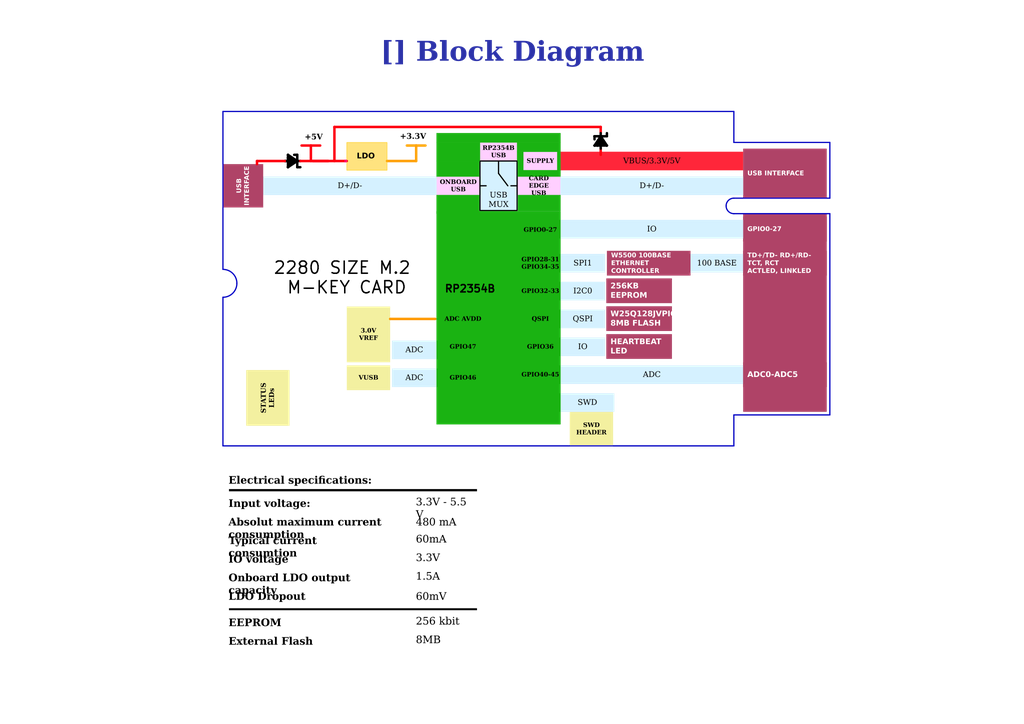
<source format=kicad_sch>
(kicad_sch
	(version 20250114)
	(generator "eeschema")
	(generator_version "9.0")
	(uuid "d4440dba-022e-49b2-97f2-6fc1871c7304")
	(paper "A3")
	(title_block
		(title "Block Diagram")
		(date "2026-01-31")
		(rev "${REVISION}")
		(company "${COMPANY}")
	)
	(lib_symbols)
	(rectangle
		(start 142.113 65.659)
		(end 141.478 66.421)
		(stroke
			(width 0.25)
			(type default)
			(color 255 0 171 1)
		)
		(fill
			(type color)
			(color 255 0 171 1)
		)
		(uuid 12a8f300-c059-4689-9da2-e775c9b7b222)
	)
	(rectangle
		(start 212.09 62.23)
		(end 214.63 65.7448)
		(stroke
			(width 0)
			(type default)
			(color 26 179 18 1)
		)
		(fill
			(type color)
			(color 26 179 18 1)
		)
		(uuid 1525d274-9f79-41b4-923a-460a0ae01848)
	)
	(arc
		(start 97.155 116.205)
		(mid 95.4811 120.2461)
		(end 91.44 121.92)
		(stroke
			(width 0.5)
			(type default)
		)
		(fill
			(type none)
		)
		(uuid 29435329-1a53-4234-808d-6c7819be63b6)
	)
	(rectangle
		(start 228.6 66.04)
		(end 229.87 69.85)
		(stroke
			(width 0)
			(type default)
			(color 26 179 18 1)
		)
		(fill
			(type color)
			(color 26 179 18 1)
		)
		(uuid 30c33757-917e-41c5-a73d-21d0c25fdde1)
	)
	(rectangle
		(start 212.3851 64.77)
		(end 214.63 69.85)
		(stroke
			(width 0)
			(type default)
			(color 26 179 18 1)
		)
		(fill
			(type color)
			(color 26 179 18 1)
		)
		(uuid 354b4478-3902-4955-ab10-8bda7ba1be32)
	)
	(rectangle
		(start 179.07 66.04)
		(end 196.5374 72.39)
		(stroke
			(width 0)
			(type default)
			(color 26 179 18 1)
		)
		(fill
			(type color)
			(color 26 179 18 1)
		)
		(uuid 3dc16586-a385-4cf0-9476-86e846a0d063)
	)
	(rectangle
		(start 212.385 69.85)
		(end 229.87 72.39)
		(stroke
			(width 0)
			(type default)
			(color 26 179 18 1)
		)
		(fill
			(type color)
			(color 26 179 18 1)
		)
		(uuid 49c8b03c-ddc0-4257-8598-370efe5ab263)
	)
	(rectangle
		(start 214.63 134.62)
		(end 228.6 138.43)
		(stroke
			(width 0)
			(type default)
			(color 26 179 18 1)
		)
		(fill
			(type color)
			(color 26 179 18 1)
		)
		(uuid 5911023f-b729-4638-87b7-c8fa6a2da4ad)
	)
	(rectangle
		(start 179.07 54.61)
		(end 229.87 58.42)
		(stroke
			(width 0)
			(type default)
			(color 26 179 18 1)
		)
		(fill
			(type color)
			(color 26 179 18 1)
		)
		(uuid 6b253502-3f28-4c19-a629-8cc1f39773b7)
	)
	(rectangle
		(start 214.63 123.19)
		(end 228.6 127)
		(stroke
			(width 0)
			(type default)
			(color 26 179 18 1)
		)
		(fill
			(type color)
			(color 26 179 18 1)
		)
		(uuid 704c4eca-e0af-4df0-a6c1-739054ac1983)
	)
	(rectangle
		(start 187.96 111.76)
		(end 201.93 114.3)
		(stroke
			(width 0)
			(type default)
			(color 26 179 18 1)
		)
		(fill
			(type color)
			(color 26 179 18 1)
		)
		(uuid 74c5f5ac-510e-4c99-8e0e-ca2d145a7687)
	)
	(rectangle
		(start 214.63 111.76)
		(end 228.6 115.57)
		(stroke
			(width 0)
			(type default)
			(color 26 179 18 1)
		)
		(fill
			(type color)
			(color 26 179 18 1)
		)
		(uuid 87d7856c-4e25-4074-8ed9-6d9286fce9a4)
	)
	(arc
		(start 297.815 84.455)
		(mid 298.7449 82.2099)
		(end 300.99 81.28)
		(stroke
			(width 0.5)
			(type default)
		)
		(fill
			(type none)
		)
		(uuid 8bf31f50-0af3-4b43-bd32-87192a6529dd)
	)
	(rectangle
		(start 93.98 249.555)
		(end 195.58 250.19)
		(stroke
			(width 0)
			(type default)
			(color 0 0 0 1)
		)
		(fill
			(type color)
			(color 0 0 0 1)
		)
		(uuid 96358351-64fb-49b9-98d4-c975a586b1c3)
	)
	(rectangle
		(start 212.09 58.42)
		(end 229.87 62.23)
		(stroke
			(width 0)
			(type default)
			(color 26 179 18 1)
		)
		(fill
			(type color)
			(color 26 179 18 1)
		)
		(uuid 9b70489c-b07f-4948-b8be-b2b554aeffd5)
	)
	(arc
		(start 91.44 110.49)
		(mid 95.4811 112.1639)
		(end 97.155 116.205)
		(stroke
			(width 0.5)
			(type default)
		)
		(fill
			(type none)
		)
		(uuid aa2adf32-51fc-4d4a-86b4-ebcde9d08418)
	)
	(rectangle
		(start 212.4458 80.01)
		(end 229.87 86.5399)
		(stroke
			(width 0)
			(type default)
			(color 26 179 18 1)
		)
		(fill
			(type color)
			(color 26 179 18 1)
		)
		(uuid c955f931-fdaa-421f-9906-47bd9fd0fc62)
	)
	(rectangle
		(start 93.98 200.66)
		(end 195.58 201.422)
		(stroke
			(width 0)
			(type default)
			(color 0 0 0 1)
		)
		(fill
			(type color)
			(color 0 0 0 1)
		)
		(uuid ca4906af-4562-456f-b79d-f6f2c9056c36)
	)
	(rectangle
		(start 142.24 58.42)
		(end 158.75 69.85)
		(stroke
			(width 0)
			(type default)
			(color 255 200 0 0.5019607843)
		)
		(fill
			(type color)
			(color 255 200 0 0.5019607843)
		)
		(uuid d13c4f55-d46a-439a-a208-cbdf66d39a09)
	)
	(arc
		(start 300.99 87.63)
		(mid 298.7449 86.7001)
		(end 297.815 84.455)
		(stroke
			(width 0.5)
			(type default)
		)
		(fill
			(type none)
		)
		(uuid d82e5d96-ef55-4c61-87d7-fc818819ae96)
	)
	(rectangle
		(start 228.6 62.23)
		(end 229.87 66.04)
		(stroke
			(width 0)
			(type default)
			(color 26 179 18 1)
		)
		(fill
			(type color)
			(color 26 179 18 1)
		)
		(uuid db9e59a5-6558-4fb0-8d7c-36f8f0131170)
	)
	(rectangle
		(start 179.07 80.01)
		(end 196.5426 87.63)
		(stroke
			(width 0)
			(type default)
			(color 26 179 18 1)
		)
		(fill
			(type color)
			(color 26 179 18 1)
		)
		(uuid df920e60-1d9c-4624-8b29-d077a09e67be)
	)
	(rectangle
		(start 179.07 86.6911)
		(end 229.87 173.99)
		(stroke
			(width 0)
			(type default)
			(color 26 179 18 1)
		)
		(fill
			(type color)
			(color 26 179 18 1)
		)
		(uuid eb064ff9-3fc8-4405-b22c-5834f6a952d8)
	)
	(rectangle
		(start 179.07 58.42)
		(end 196.85 66.0399)
		(stroke
			(width 0)
			(type default)
			(color 26 179 18 1)
		)
		(fill
			(type color)
			(color 26 179 18 1)
		)
		(uuid f128200a-c4e6-4fb8-9565-a34d3aaf2f28)
	)
	(text "+3.3V"
		(exclude_from_sim no)
		(at 174.752 58.166 0)
		(effects
			(font
				(face "Times New Roman")
				(size 2.286 2.286)
				(thickness 0.4572)
				(bold yes)
				(color 0 0 0 1)
			)
			(justify right bottom)
		)
		(uuid "101bf075-2779-4382-8921-8033e4839d29")
	)
	(text "RP2354B"
		(exclude_from_sim no)
		(at 192.786 118.618 0)
		(effects
			(font
				(size 3 3)
				(thickness 0.6)
				(bold yes)
				(color 0 0 0 1)
			)
		)
		(uuid "2ff4239e-4128-4e0d-b1b5-ed39516378ca")
	)
	(text "2280 SIZE M.2 \nM-KEY CARD"
		(exclude_from_sim no)
		(at 142.24 114.046 0)
		(effects
			(font
				(size 5 5)
				(thickness 0.6)
				(bold yes)
				(color 0 0 0 1)
			)
		)
		(uuid "ba1d2a03-0f95-4798-9de6-9b8bfdb526c7")
	)
	(text "+5V"
		(exclude_from_sim no)
		(at 124.968 58.42 0)
		(effects
			(font
				(face "Times New Roman")
				(size 2.286 2.286)
				(thickness 0.4572)
				(bold yes)
				(color 0 0 0 1)
			)
			(justify left bottom)
		)
		(uuid "f6a5ad4b-42cb-4635-94fa-d83f0234055d")
	)
	(text_box "USB INTERFACE"
		(exclude_from_sim no)
		(at 304.8 60.96 0)
		(size 34.29 20.32)
		(margins 1.7144 1.7144 1.7144 1.7144)
		(stroke
			(width -0.0001)
			(type default)
		)
		(fill
			(type color)
			(color 175 67 103 1)
		)
		(effects
			(font
				(face "Arial")
				(size 1.9 1.9)
				(bold yes)
				(color 255 255 255 1)
			)
			(justify left)
		)
		(uuid "07e187de-dfc4-455a-9e86-aeacc12e807f")
	)
	(text_box "LDO Dropout"
		(exclude_from_sim no)
		(at 91.44 240.665 0)
		(size 78.105 7.62)
		(margins 2.2859 2.2859 2.2859 2.2859)
		(stroke
			(width -0.0001)
			(type solid)
		)
		(fill
			(type none)
		)
		(effects
			(font
				(face "Times New Roman")
				(size 3.048 3.048)
				(thickness 0.4572)
				(bold yes)
				(color 0 0 0 1)
			)
			(justify left top)
		)
		(uuid "0a67ca51-da44-4e4a-af91-875f3d4fd163")
	)
	(text_box "IO voltage"
		(exclude_from_sim no)
		(at 91.44 225.425 0)
		(size 44.45 7.62)
		(margins 2.2859 2.2859 2.2859 2.2859)
		(stroke
			(width -0.0001)
			(type solid)
		)
		(fill
			(type none)
		)
		(effects
			(font
				(face "Times New Roman")
				(size 3.048 3.048)
				(thickness 0.4572)
				(bold yes)
				(color 0 0 0 1)
			)
			(justify left top)
		)
		(uuid "0b8fa12d-be48-46d8-a337-f14f24e9a703")
	)
	(text_box "256KB EEPROM"
		(exclude_from_sim no)
		(at 248.666 114.173 0)
		(size 26.924 10.16)
		(margins 1.7144 1.7144 1.7144 1.7144)
		(stroke
			(width -0.0001)
			(type default)
		)
		(fill
			(type color)
			(color 175 67 103 1)
		)
		(effects
			(font
				(face "Arial")
				(size 2.286 2.286)
				(bold yes)
				(color 255 255 255 1)
			)
			(justify left)
		)
		(uuid "0b9b765b-8d21-4bd4-bfcc-8abb2cd50003")
	)
	(text_box "VBUS/3.3V/5V"
		(exclude_from_sim no)
		(at 229.87 62.23 0)
		(size 74.93 7.62)
		(margins 1.7144 1.7144 1.7144 1.7144)
		(stroke
			(width -0.0001)
			(type solid)
		)
		(fill
			(type color)
			(color 255 0 24 0.85)
		)
		(effects
			(font
				(face "Times New Roman")
				(size 2.286 2.286)
				(italic yes)
				(color 0 0 0 1)
			)
		)
		(uuid "0e5e14ec-7eb5-4a96-a05a-a65da98b2539")
	)
	(text_box "1.5A"
		(exclude_from_sim no)
		(at 168.275 232.41 0)
		(size 28.448 7.62)
		(margins 2.2859 2.2859 2.2859 2.2859)
		(stroke
			(width -0.0001)
			(type solid)
		)
		(fill
			(type none)
		)
		(effects
			(font
				(face "Times New Roman")
				(size 3.048 3.048)
				(color 0 0 0 1)
			)
			(justify left top)
		)
		(uuid "0f4ffe31-d8df-46a0-90b5-0d2ebf3489e5")
	)
	(text_box "CARD EDGE USB"
		(exclude_from_sim no)
		(at 212.09 72.39 0)
		(size 17.78 7.62)
		(margins 1.7144 1.7144 1.7144 1.7144)
		(stroke
			(width -0.0001)
			(type solid)
		)
		(fill
			(type color)
			(color 255 207 255 1)
		)
		(effects
			(font
				(face "Times New Roman")
				(size 1.8 1.8)
				(bold yes)
				(color 0 0 0 1)
			)
		)
		(uuid "10469bae-25b9-46c3-bff3-201f1fe1f2af")
	)
	(text_box "W25Q128JVPIQ 8MB FLASH"
		(exclude_from_sim no)
		(at 248.666 125.603 0)
		(size 26.924 10.16)
		(margins 1.7144 1.7144 1.7144 1.7144)
		(stroke
			(width -0.0001)
			(type default)
		)
		(fill
			(type color)
			(color 175 67 103 1)
		)
		(effects
			(font
				(face "Arial")
				(size 2.286 2.286)
				(bold yes)
				(color 255 255 255 1)
			)
			(justify left)
		)
		(uuid "11e64421-736a-42af-9a25-95ee829c7839")
	)
	(text_box "3.3V - 5.5 V"
		(exclude_from_sim no)
		(at 168.275 201.93 0)
		(size 28.448 7.62)
		(margins 2.2859 2.2859 2.2859 2.2859)
		(stroke
			(width -0.0001)
			(type solid)
		)
		(fill
			(type none)
		)
		(effects
			(font
				(face "Times New Roman")
				(size 3.048 3.048)
				(color 0 0 0 1)
			)
			(justify left top)
		)
		(uuid "15dd005a-2a1f-436c-a9b8-4953c7e00daf")
	)
	(text_box "ADC0-ADC5"
		(exclude_from_sim no)
		(at 304.8 148.59 0)
		(size 34.29 10.16)
		(margins 1.7144 1.7144 1.7144 1.7144)
		(stroke
			(width -0.0001)
			(type default)
		)
		(fill
			(type color)
			(color 175 67 103 1)
		)
		(effects
			(font
				(face "Arial")
				(size 2.286 2.286)
				(bold yes)
				(color 255 255 255 1)
			)
			(justify left)
		)
		(uuid "1967e021-48a7-445b-9209-8f9e1b09486a")
	)
	(text_box "SWD HEADER"
		(exclude_from_sim no)
		(at 233.68 168.91 0)
		(size 17.78 13.97)
		(margins 1.7144 1.7144 1.7144 1.7144)
		(stroke
			(width -0.0001)
			(type solid)
		)
		(fill
			(type color)
			(color 243 240 160 1)
		)
		(effects
			(font
				(face "Times New Roman")
				(size 1.8 1.8)
				(bold yes)
				(color 0 0 0 1)
			)
		)
		(uuid "1a23cd5c-4be8-417d-939b-6bfb2cb38db5")
	)
	(text_box "LDO"
		(exclude_from_sim no)
		(at 155.448 60.96 0)
		(size -10.668 6.35)
		(margins 1.7144 1.7144 1.7144 1.7144)
		(stroke
			(width -0.0001)
			(type solid)
		)
		(fill
			(type none)
		)
		(effects
			(font
				(face "Arial")
				(size 2.286 2.286)
				(thickness 0.254)
				(bold yes)
				(color 0 0 0 1)
			)
			(justify right top)
		)
		(uuid "2663f24d-cd9a-4dae-a281-16b6b61253ad")
	)
	(text_box "3.3V"
		(exclude_from_sim no)
		(at 168.275 224.79 0)
		(size 24.13 7.62)
		(margins 2.2859 2.2859 2.2859 2.2859)
		(stroke
			(width -0.0001)
			(type solid)
		)
		(fill
			(type none)
		)
		(effects
			(font
				(face "Times New Roman")
				(size 3.048 3.048)
				(color 0 0 0 1)
			)
			(justify left top)
		)
		(uuid "286ce998-255c-48c3-a453-7c9a43b4377f")
	)
	(text_box "GPIO0-27"
		(exclude_from_sim no)
		(at 214.63 86.9919 0)
		(size 13.97 14.6081)
		(margins 1.7144 1.7144 1.7144 1.7144)
		(stroke
			(width -0.0001)
			(type solid)
		)
		(fill
			(type color)
			(color 255 207 255 1)
		)
		(effects
			(font
				(face "Times New Roman")
				(size 1.8 1.8)
				(bold yes)
				(color 0 0 0 1)
			)
		)
		(uuid "31760221-0d6f-4f56-83a1-ee270701886f")
	)
	(text_box "TD+/TD- RD+/RD-\nTCT, RCT\nACTLED, LINKLED"
		(exclude_from_sim no)
		(at 304.8 102.87 0)
		(size 34.29 10.16)
		(margins 1.7144 1.7144 1.7144 1.7144)
		(stroke
			(width -0.0001)
			(type solid)
		)
		(fill
			(type color)
			(color 175 67 103 1)
		)
		(effects
			(font
				(face "Arial")
				(size 1.9 1.9)
				(bold yes)
				(color 255 255 255 1)
			)
			(justify left)
		)
		(uuid "35ec1c5a-ad02-4837-8f85-fcf97229486c")
	)
	(text_box "SPI1"
		(exclude_from_sim no)
		(at 229.87 104.14 0)
		(size 18.288 7.62)
		(margins 1.7144 1.7144 1.7144 1.7144)
		(stroke
			(width -0.0001)
			(type default)
		)
		(fill
			(type color)
			(color 213 241 255 1)
		)
		(effects
			(font
				(face "Times New Roman")
				(size 2.286 2.286)
				(italic yes)
				(color 0 0 0 1)
			)
		)
		(uuid "3821ca79-fb94-443d-a0d0-b8f77f4280b0")
	)
	(text_box "W5500 100BASE ETHERNET CONTROLLER"
		(exclude_from_sim no)
		(at 248.92 102.87 0)
		(size 34.29 10.16)
		(margins 1.7144 1.7144 1.7144 1.7144)
		(stroke
			(width -0.0001)
			(type default)
		)
		(fill
			(type color)
			(color 175 67 103 1)
		)
		(effects
			(font
				(face "Arial")
				(size 1.9 1.9)
				(bold yes)
				(color 255 255 255 1)
			)
			(justify left)
		)
		(uuid "3876e24b-eb64-40f0-82f4-8ed551a76338")
	)
	(text_box "GPIO40-45"
		(exclude_from_sim no)
		(at 214.63 149.86 0)
		(size 13.97 7.62)
		(margins 1.7144 1.7144 1.7144 1.7144)
		(stroke
			(width -0.0001)
			(type default)
		)
		(fill
			(type color)
			(color 255 207 255 1)
		)
		(effects
			(font
				(face "Times New Roman")
				(size 1.8 1.8)
				(bold yes)
				(color 0 0 0 1)
			)
		)
		(uuid "3a803ec7-48bf-494a-8620-a6b0d82a5e96")
	)
	(text_box "ADC"
		(exclude_from_sim no)
		(at 160.782 139.7 0)
		(size 18.288 7.62)
		(margins 1.1429 1.1429 1.1429 1.1429)
		(stroke
			(width -0.0001)
			(type default)
		)
		(fill
			(type color)
			(color 213 241 255 1)
		)
		(effects
			(font
				(face "Times New Roman")
				(size 2.28 2.28)
				(italic yes)
				(color 0 0 0 1)
			)
		)
		(uuid "4e4fb912-8b1e-4a92-b278-a5acb018a0e8")
	)
	(text_box "IO"
		(exclude_from_sim no)
		(at 229.87 138.43 0)
		(size 18.288 7.62)
		(margins 1.1429 1.1429 1.1429 1.1429)
		(stroke
			(width -0.0001)
			(type default)
		)
		(fill
			(type color)
			(color 213 241 255 1)
		)
		(effects
			(font
				(face "Times New Roman")
				(size 2.28 2.28)
				(italic yes)
				(color 0 0 0 1)
			)
		)
		(uuid "5bc00d08-ece7-489a-82a0-99db7e5f4aea")
	)
	(text_box "QSPI"
		(exclude_from_sim no)
		(at 229.87 127 0)
		(size 18.288 7.62)
		(margins 1.1429 1.1429 1.1429 1.1429)
		(stroke
			(width -0.0001)
			(type default)
		)
		(fill
			(type color)
			(color 213 241 255 1)
		)
		(effects
			(font
				(face "Times New Roman")
				(size 2.286 2.286)
				(italic yes)
				(color 0 0 0 1)
			)
		)
		(uuid "5f4a2d80-9818-43e5-9ca8-d8665fb36805")
	)
	(text_box "3.0V\nVREF"
		(exclude_from_sim no)
		(at 142.24 125.73 0)
		(size 17.78 22.86)
		(margins 1.7144 1.7144 1.7144 1.7144)
		(stroke
			(width -0.0001)
			(type solid)
		)
		(fill
			(type color)
			(color 243 240 160 1)
		)
		(effects
			(font
				(face "Times New Roman")
				(size 1.8 1.8)
				(bold yes)
				(color 0 0 0 1)
			)
		)
		(uuid "6102e043-7b32-44a2-8c22-ba8e4b2f6672")
	)
	(text_box "RP2354B USB"
		(exclude_from_sim no)
		(at 196.85 58.42 0)
		(size 15.24 7.62)
		(margins 1.7144 1.7144 1.7144 1.7144)
		(stroke
			(width -0.0001)
			(type solid)
		)
		(fill
			(type color)
			(color 255 207 255 1)
		)
		(effects
			(font
				(face "Times New Roman")
				(size 1.8 1.8)
				(bold yes)
				(color 0 0 0 1)
			)
		)
		(uuid "651513d0-1569-4d1c-a0ed-9336dbadc181")
	)
	(text_box "GPIO32-33"
		(exclude_from_sim no)
		(at 214.63 115.57 0)
		(size 13.97 7.62)
		(margins 1.7144 1.7144 1.7144 1.7144)
		(stroke
			(width -0.0001)
			(type default)
		)
		(fill
			(type color)
			(color 255 207 255 1)
		)
		(effects
			(font
				(face "Times New Roman")
				(size 1.8 1.8)
				(bold yes)
				(color 0 0 0 1)
			)
		)
		(uuid "6bb82d71-4237-4fb9-a71e-68c5a65a7171")
	)
	(text_box "[${#}] ${TITLE}"
		(exclude_from_sim no)
		(at 12.7 15.24 0)
		(size 394.97 12.7)
		(margins 5.9999 5.9999 5.9999 5.9999)
		(stroke
			(width -0.0001)
			(type default)
		)
		(fill
			(type none)
		)
		(effects
			(font
				(face "Times New Roman")
				(size 8 8)
				(thickness 1.2)
				(bold yes)
				(color 43 49 168 1)
			)
		)
		(uuid "73b2b29c-2473-4e80-be0b-4f57c6856c3e")
	)
	(text_box "480 mA"
		(exclude_from_sim no)
		(at 168.275 210.185 0)
		(size 24.13 7.62)
		(margins 2.2859 2.2859 2.2859 2.2859)
		(stroke
			(width -0.0001)
			(type solid)
		)
		(fill
			(type none)
		)
		(effects
			(font
				(face "Times New Roman")
				(size 3.048 3.048)
				(color 0 0 0 1)
			)
			(justify left top)
		)
		(uuid "79a60212-4382-435d-b74b-f889451ff3a1")
	)
	(text_box "Input voltage:"
		(exclude_from_sim no)
		(at 91.44 202.565 0)
		(size 41.91 7.62)
		(margins 2.2859 2.2859 2.2859 2.2859)
		(stroke
			(width -0.0001)
			(type default)
		)
		(fill
			(type none)
		)
		(effects
			(font
				(face "Times New Roman")
				(size 3.048 3.048)
				(thickness 0.4572)
				(bold yes)
				(color 0 0 0 1)
			)
			(justify left top)
		)
		(uuid "7a48ef1e-fc21-4f84-87ab-2b944a808bd0")
	)
	(text_box "STATUS \nLEDs"
		(exclude_from_sim no)
		(at 100.965 151.765 90)
		(size 17.78 22.86)
		(margins 1.7144 1.7144 1.7144 1.7144)
		(stroke
			(width -0.0001)
			(type solid)
		)
		(fill
			(type color)
			(color 243 240 160 1)
		)
		(effects
			(font
				(face "Times New Roman")
				(size 2 2)
				(bold yes)
				(color 0 0 0 1)
			)
		)
		(uuid "7a66c3a5-565d-4572-90a9-989752c169b6")
	)
	(text_box "EEPROM"
		(exclude_from_sim no)
		(at 91.44 251.46 0)
		(size 44.45 7.62)
		(margins 2.2859 2.2859 2.2859 2.2859)
		(stroke
			(width -0.0001)
			(type solid)
		)
		(fill
			(type none)
		)
		(effects
			(font
				(face "Times New Roman")
				(size 3.048 3.048)
				(thickness 0.4572)
				(bold yes)
				(color 0 0 0 1)
			)
			(justify left top)
		)
		(uuid "7fd36d09-3145-4931-9744-73aae4ec0b25")
	)
	(text_box "GPIO46"
		(exclude_from_sim no)
		(at 180.34 151.13 0)
		(size 19.05 7.62)
		(margins 1.7144 1.7144 1.7144 1.7144)
		(stroke
			(width -0.0001)
			(type default)
		)
		(fill
			(type color)
			(color 243 240 160 1)
		)
		(effects
			(font
				(face "Times New Roman")
				(size 1.8 1.8)
				(bold yes)
				(color 0 0 0 1)
			)
		)
		(uuid "88cc83e7-7bb4-4d6b-9595-b9e1bee5e04b")
	)
	(text_box "256 kbit"
		(exclude_from_sim no)
		(at 168.275 250.825 0)
		(size 24.13 7.62)
		(margins 2.2859 2.2859 2.2859 2.2859)
		(stroke
			(width -0.0001)
			(type solid)
		)
		(fill
			(type none)
		)
		(effects
			(font
				(face "Times New Roman")
				(size 3.048 3.048)
				(color 0 0 0 1)
			)
			(justify left top)
		)
		(uuid "9264f0c0-471a-4c9f-8582-efee49d145bc")
	)
	(text_box "Electrical specifications:"
		(exclude_from_sim no)
		(at 91.44 193.04 0)
		(size 73.66 7.62)
		(margins 2.2859 2.2859 2.2859 2.2859)
		(stroke
			(width -0.0001)
			(type solid)
		)
		(fill
			(type none)
		)
		(effects
			(font
				(face "Times New Roman")
				(size 3.048 3.048)
				(thickness 0.4572)
				(bold yes)
				(color 0 0 0 1)
			)
			(justify left top)
		)
		(uuid "92d1b8db-5c65-4f81-bd38-95477ba2f196")
	)
	(text_box "SWD"
		(exclude_from_sim no)
		(at 229.87 161.29 0)
		(size 22.098 7.62)
		(margins 1.1429 1.1429 1.1429 1.1429)
		(stroke
			(width -0.0001)
			(type solid)
		)
		(fill
			(type color)
			(color 213 241 255 1)
		)
		(effects
			(font
				(face "Times New Roman")
				(size 2.28 2.28)
				(italic yes)
				(color 0 0 0 1)
			)
		)
		(uuid "92dfcffc-3f4c-486a-9687-7c906612aa3e")
	)
	(text_box "GPIO47"
		(exclude_from_sim no)
		(at 180.34 138.43 0)
		(size 19.05 7.62)
		(margins 1.7144 1.7144 1.7144 1.7144)
		(stroke
			(width -0.0001)
			(type default)
		)
		(fill
			(type color)
			(color 243 240 160 1)
		)
		(effects
			(font
				(face "Times New Roman")
				(size 1.8 1.8)
				(bold yes)
				(color 0 0 0 1)
			)
		)
		(uuid "944097c9-4bfa-4c51-95fb-545c2fe74181")
	)
	(text_box "GPIO36"
		(exclude_from_sim no)
		(at 214.63 138.43 0)
		(size 13.97 7.62)
		(margins 1.7144 1.7144 1.7144 1.7144)
		(stroke
			(width -0.0001)
			(type default)
		)
		(fill
			(type color)
			(color 255 207 255 1)
		)
		(effects
			(font
				(face "Times New Roman")
				(size 1.8 1.8)
				(bold yes)
				(color 0 0 0 1)
			)
		)
		(uuid "96a92221-2447-4655-a0df-2333f7d2fcea")
	)
	(text_box "ADC"
		(exclude_from_sim no)
		(at 160.782 151.13 0)
		(size 18.288 7.62)
		(margins 1.1429 1.1429 1.1429 1.1429)
		(stroke
			(width -0.0001)
			(type default)
		)
		(fill
			(type color)
			(color 213 241 255 1)
		)
		(effects
			(font
				(face "Times New Roman")
				(size 2.28 2.28)
				(italic yes)
				(color 0 0 0 1)
			)
		)
		(uuid "9934ab16-658c-435d-975c-75e12f0f23b9")
	)
	(text_box "GPIO28-31\nGPIO34-35"
		(exclude_from_sim no)
		(at 214.63 104.14 0)
		(size 13.97 7.62)
		(margins 1.7144 1.7144 1.7144 1.7144)
		(stroke
			(width -0.0001)
			(type solid)
		)
		(fill
			(type color)
			(color 255 207 255 1)
		)
		(effects
			(font
				(face "Times New Roman")
				(size 1.8 1.8)
				(bold yes)
				(color 0 0 0 1)
			)
		)
		(uuid "99de4852-1e6a-43c2-80a3-f90f994ca547")
	)
	(text_box "IO"
		(exclude_from_sim no)
		(at 229.87 90.17 0)
		(size 74.93 7.62)
		(margins 1.7144 1.7144 1.7144 1.7144)
		(stroke
			(width -0.0001)
			(type default)
		)
		(fill
			(type color)
			(color 213 241 255 1)
		)
		(effects
			(font
				(face "Times New Roman")
				(size 2.286 2.286)
				(italic yes)
				(color 0 0 0 1)
			)
		)
		(uuid "9d3837f2-4374-4a0e-a084-ae63bf4f14d0")
	)
	(text_box "ONBOARD USB"
		(exclude_from_sim no)
		(at 179.07 72.39 0)
		(size 17.78 7.62)
		(margins 1.7144 1.7144 1.7144 1.7144)
		(stroke
			(width -0.0001)
			(type solid)
		)
		(fill
			(type color)
			(color 255 207 255 1)
		)
		(effects
			(font
				(face "Times New Roman")
				(size 1.8 1.8)
				(bold yes)
				(color 0 0 0 1)
			)
		)
		(uuid "a1b7be64-5139-4e83-93ad-5329778aa93c")
	)
	(text_box "Typical current consumtion"
		(exclude_from_sim no)
		(at 91.44 217.805 0)
		(size 62.865 7.62)
		(margins 2.2859 2.2859 2.2859 2.2859)
		(stroke
			(width -0.0001)
			(type solid)
		)
		(fill
			(type none)
		)
		(effects
			(font
				(face "Times New Roman")
				(size 3.048 3.048)
				(thickness 0.4572)
				(bold yes)
				(color 0 0 0 1)
			)
			(justify left top)
		)
		(uuid "a94bbe48-2b5a-4095-ae3e-6304ba06e582")
	)
	(text_box "60mA"
		(exclude_from_sim no)
		(at 168.275 217.17 0)
		(size 24.13 7.62)
		(margins 2.2859 2.2859 2.2859 2.2859)
		(stroke
			(width -0.0001)
			(type solid)
		)
		(fill
			(type none)
		)
		(effects
			(font
				(face "Times New Roman")
				(size 3.048 3.048)
				(color 0 0 0 1)
			)
			(justify left top)
		)
		(uuid "a9743942-0f35-4d97-920c-63913a3a8cf5")
	)
	(text_box "VUSB"
		(exclude_from_sim no)
		(at 142.24 149.86 0)
		(size 17.78 10.16)
		(margins 1.7144 1.7144 1.7144 1.7144)
		(stroke
			(width -0.0001)
			(type solid)
		)
		(fill
			(type color)
			(color 243 240 160 1)
		)
		(effects
			(font
				(face "Times New Roman")
				(size 1.8 1.8)
				(bold yes)
				(color 0 0 0 1)
			)
		)
		(uuid "aa6bfdf0-ab5f-4b1a-8644-d89ccb6b5cda")
	)
	(text_box "Onboard LDO output capacity"
		(exclude_from_sim no)
		(at 91.44 233.045 0)
		(size 69.215 7.62)
		(margins 2.2859 2.2859 2.2859 2.2859)
		(stroke
			(width -0.0001)
			(type solid)
		)
		(fill
			(type none)
		)
		(effects
			(font
				(face "Times New Roman")
				(size 3.048 3.048)
				(thickness 0.4572)
				(bold yes)
				(color 0 0 0 1)
			)
			(justify left top)
		)
		(uuid "ac942c9c-0df3-4809-903d-630a873ed8b6")
	)
	(text_box "GPIO0-27"
		(exclude_from_sim no)
		(at 304.8 88.9 0)
		(size 34.29 10.16)
		(margins 1.7144 1.7144 1.7144 1.7144)
		(stroke
			(width -0.0001)
			(type solid)
		)
		(fill
			(type color)
			(color 175 67 103 1)
		)
		(effects
			(font
				(face "Arial")
				(size 1.9 1.9)
				(bold yes)
				(color 255 255 255 1)
			)
			(justify left)
		)
		(uuid "ac96fc2f-a973-477b-9304-3ea9cbd49aba")
	)
	(text_box "Absolut maximum current consumption"
		(exclude_from_sim no)
		(at 91.44 210.185 0)
		(size 78.105 7.62)
		(margins 2.2859 2.2859 2.2859 2.2859)
		(stroke
			(width -0.0001)
			(type solid)
		)
		(fill
			(type none)
		)
		(effects
			(font
				(face "Times New Roman")
				(size 3.048 3.048)
				(thickness 0.4572)
				(bold yes)
				(color 0 0 0 1)
			)
			(justify left top)
		)
		(uuid "acb13397-22c2-4daa-8b50-96cfdf3951b7")
	)
	(text_box "ADC"
		(exclude_from_sim no)
		(at 229.87 149.86 0)
		(size 74.93 7.62)
		(margins 1.1429 1.1429 1.1429 1.1429)
		(stroke
			(width -0.0001)
			(type default)
		)
		(fill
			(type color)
			(color 213 241 255 1)
		)
		(effects
			(font
				(face "Times New Roman")
				(size 2.28 2.28)
				(italic yes)
				(color 0 0 0 1)
			)
		)
		(uuid "c6c880f8-34ee-4ac3-bce1-942666f52d85")
	)
	(text_box "I2C0"
		(exclude_from_sim no)
		(at 229.87 115.57 0)
		(size 18.288 7.62)
		(margins 1.7144 1.7144 1.7144 1.7144)
		(stroke
			(width -0.0001)
			(type default)
		)
		(fill
			(type color)
			(color 213 241 255 1)
		)
		(effects
			(font
				(face "Times New Roman")
				(size 2.286 2.286)
				(italic yes)
				(color 0 0 0 1)
			)
		)
		(uuid "c774310f-dfe3-45db-be98-953f7da6465f")
	)
	(text_box "USB MUX"
		(exclude_from_sim no)
		(at 196.85 66.04 0)
		(size 15.24 20.32)
		(margins 1.1429 1.1429 1.1429 1.1429)
		(stroke
			(width 0.5)
			(type solid)
			(color 0 0 0 1)
		)
		(fill
			(type color)
			(color 213 241 255 1)
		)
		(effects
			(font
				(face "Times New Roman")
				(size 2.28 2.28)
				(italic yes)
				(color 0 0 0 1)
			)
			(justify bottom)
		)
		(uuid "c8bed87d-0b5d-4a3d-aab9-d7c4760f55a8")
	)
	(text_box "External Flash"
		(exclude_from_sim no)
		(at 91.44 259.08 0)
		(size 44.45 7.62)
		(margins 2.2859 2.2859 2.2859 2.2859)
		(stroke
			(width -0.0001)
			(type solid)
		)
		(fill
			(type none)
		)
		(effects
			(font
				(face "Times New Roman")
				(size 3.048 3.048)
				(thickness 0.4572)
				(bold yes)
				(color 0 0 0 1)
			)
			(justify left top)
		)
		(uuid "cb5e8639-1544-44dc-8179-ddb426efe5fe")
	)
	(text_box "SUPPLY"
		(exclude_from_sim no)
		(at 214.63 62.23 0)
		(size 13.97 7.62)
		(margins 1.7144 1.7144 1.7144 1.7144)
		(stroke
			(width -0.0001)
			(type solid)
		)
		(fill
			(type color)
			(color 255 207 255 1)
		)
		(effects
			(font
				(face "Times New Roman")
				(size 1.8 1.8)
				(bold yes)
				(color 0 0 0 1)
			)
		)
		(uuid "d28afaff-d9d7-4f3d-9099-86c6d07aa99a")
	)
	(text_box ""
		(exclude_from_sim no)
		(at 304.8 87.63 0)
		(size 34.29 81.28)
		(margins 1.7144 1.7144 1.7144 1.7144)
		(stroke
			(width -0.0001)
			(type solid)
		)
		(fill
			(type color)
			(color 175 67 103 1)
		)
		(effects
			(font
				(face "Arial")
				(size 1.9 1.9)
				(bold yes)
				(color 255 255 255 1)
			)
			(justify left)
		)
		(uuid "d28d1352-e5f8-46ad-a905-212354b35d91")
	)
	(text_box "100 BASE"
		(exclude_from_sim no)
		(at 283.21 104.14 0)
		(size 21.59 7.62)
		(margins 1.7144 1.7144 1.7144 1.7144)
		(stroke
			(width -0.0001)
			(type solid)
		)
		(fill
			(type color)
			(color 213 241 255 1)
		)
		(effects
			(font
				(face "Times New Roman")
				(size 2.286 2.286)
				(italic yes)
				(color 0 0 0 1)
			)
		)
		(uuid "d3f03d21-b6a6-4378-ac03-2eb85e7fe038")
	)
	(text_box "D+/D-"
		(exclude_from_sim no)
		(at 229.87 72.39 0)
		(size 74.93 7.62)
		(margins 1.7144 1.7144 1.7144 1.7144)
		(stroke
			(width -0.0001)
			(type solid)
		)
		(fill
			(type color)
			(color 213 241 255 1)
		)
		(effects
			(font
				(face "Times New Roman")
				(size 2.286 2.286)
				(italic yes)
				(color 0 0 0 1)
			)
		)
		(uuid "d9a0b7b5-c98b-4913-890a-1f0f75735f92")
	)
	(text_box "8MB"
		(exclude_from_sim no)
		(at 168.275 258.445 0)
		(size 24.13 7.62)
		(margins 2.2859 2.2859 2.2859 2.2859)
		(stroke
			(width -0.0001)
			(type solid)
		)
		(fill
			(type none)
		)
		(effects
			(font
				(face "Times New Roman")
				(size 3.048 3.048)
				(color 0 0 0 1)
			)
			(justify left top)
		)
		(uuid "e52418fb-971b-4f7e-8511-9fb84c82612a")
	)
	(text_box "ADC AVDD"
		(exclude_from_sim no)
		(at 180.34 127 0)
		(size 19.05 7.62)
		(margins 1.7144 1.7144 1.7144 1.7144)
		(stroke
			(width -0.0001)
			(type solid)
		)
		(fill
			(type color)
			(color 243 240 160 1)
		)
		(effects
			(font
				(face "Times New Roman")
				(size 1.8 1.8)
				(bold yes)
				(color 0 0 0 1)
			)
		)
		(uuid "e624c8ad-fd22-44ba-82ff-a06458a22edc")
	)
	(text_box "60mV"
		(exclude_from_sim no)
		(at 168.275 240.665 0)
		(size 24.13 7.62)
		(margins 2.2859 2.2859 2.2859 2.2859)
		(stroke
			(width -0.0001)
			(type solid)
		)
		(fill
			(type none)
		)
		(effects
			(font
				(face "Times New Roman")
				(size 3.048 3.048)
				(color 0 0 0 1)
			)
			(justify left top)
		)
		(uuid "e8ad9c6b-391d-4395-9dde-fb250cf6637a")
	)
	(text_box "D+/D-"
		(exclude_from_sim no)
		(at 107.95 72.39 0)
		(size 71.12 7.62)
		(margins 1.7144 1.7144 1.7144 1.7144)
		(stroke
			(width -0.0001)
			(type solid)
		)
		(fill
			(type color)
			(color 213 241 255 1)
		)
		(effects
			(font
				(face "Times New Roman")
				(size 2.286 2.286)
				(italic yes)
				(color 0 0 0 1)
			)
		)
		(uuid "ea2d01b8-13eb-44a1-b9d5-a747975d6411")
	)
	(text_box "QSPI"
		(exclude_from_sim no)
		(at 214.63 127 0)
		(size 13.97 7.62)
		(margins 1.7144 1.7144 1.7144 1.7144)
		(stroke
			(width -0.0001)
			(type default)
		)
		(fill
			(type color)
			(color 255 207 255 1)
		)
		(effects
			(font
				(face "Times New Roman")
				(size 1.8 1.8)
				(bold yes)
				(color 0 0 0 1)
			)
		)
		(uuid "ecd90e4f-03f0-4de1-bc8b-8f151772557e")
	)
	(text_box "HEARTBEAT LED"
		(exclude_from_sim no)
		(at 248.666 137.033 0)
		(size 26.924 10.16)
		(margins 1.7144 1.7144 1.7144 1.7144)
		(stroke
			(width -0.0001)
			(type default)
		)
		(fill
			(type color)
			(color 175 67 103 1)
		)
		(effects
			(font
				(face "Arial")
				(size 2.286 2.286)
				(bold yes)
				(color 255 255 255 1)
			)
			(justify left)
		)
		(uuid "f1a231a9-4a97-4e03-af77-e46caf6743df")
	)
	(text_box "USB INTERFACE"
		(exclude_from_sim no)
		(at 91.44 67.31 90)
		(size 16.51 17.78)
		(margins 1.7144 1.7144 1.7144 1.7144)
		(stroke
			(width -0.0001)
			(type solid)
		)
		(fill
			(type color)
			(color 175 67 103 1)
		)
		(effects
			(font
				(face "Arial")
				(size 1.9 1.9)
				(bold yes)
				(color 255 255 255 1)
			)
		)
		(uuid "f3a80cf3-73a7-487a-a85c-310591dc33bf")
	)
	(polyline
		(pts
			(xy 300.99 58.42) (xy 300.99 45.72)
		)
		(stroke
			(width 0.5)
			(type default)
		)
		(uuid "025f9a88-2754-4ced-8882-6ee07d8ee0c6")
	)
	(polyline
		(pts
			(xy 245.11 58.42) (xy 246.38 57.15)
		)
		(stroke
			(width 1)
			(type default)
			(color 0 0 0 1)
		)
		(uuid "0859fbf5-7601-487c-b74f-40d1b33c4e58")
	)
	(polyline
		(pts
			(xy 158.75 66.04) (xy 170.688 66.04)
		)
		(stroke
			(width 1.016)
			(type default)
			(color 255 158 7 1)
		)
		(uuid "08fc0cd0-29a2-41e6-a897-d7a6a489c1c7")
	)
	(polyline
		(pts
			(xy 300.99 182.88) (xy 300.99 170.18)
		)
		(stroke
			(width 0.5)
			(type default)
		)
		(uuid "0c8f6fd0-8591-4dcf-91fe-a64f3490dfca")
	)
	(polyline
		(pts
			(xy 118.11 64.77) (xy 119.38 66.04)
		)
		(stroke
			(width 1)
			(type default)
			(color 0 0 0 1)
		)
		(uuid "0d0b0466-d1b3-41fc-9923-e2f07381ff53")
	)
	(polyline
		(pts
			(xy 119.38 66.04) (xy 119.38 64.77)
		)
		(stroke
			(width 1)
			(type default)
			(color 0 0 0 1)
		)
		(uuid "13e6fdef-ea01-4dfe-9828-678937b70d31")
	)
	(polyline
		(pts
			(xy 91.44 182.88) (xy 300.99 182.88)
		)
		(stroke
			(width 0.5)
			(type default)
		)
		(uuid "165d2162-899a-443a-bfe6-df3dbc52a215")
	)
	(polyline
		(pts
			(xy 243.84 55.88) (xy 246.38 55.88)
		)
		(stroke
			(width 1)
			(type default)
			(color 0 0 0 1)
		)
		(uuid "1ff1ce3b-fb39-4a51-9323-7c42739a1f7a")
	)
	(polyline
		(pts
			(xy 118.11 68.58) (xy 121.92 66.04)
		)
		(stroke
			(width 1)
			(type default)
			(color 0 0 0 1)
		)
		(uuid "235577f9-bdf6-4e52-8228-cd67578ed0af")
	)
	(polyline
		(pts
			(xy 137.16 52.07) (xy 137.16 66.04)
		)
		(stroke
			(width 1.016)
			(type default)
			(color 255 0 11 1)
		)
		(uuid "24de86c0-c877-45ef-9381-f36451cbc88d")
	)
	(polyline
		(pts
			(xy 245.11 59.69) (xy 246.38 58.42)
		)
		(stroke
			(width 1)
			(type default)
			(color 0 0 0 1)
		)
		(uuid "280b5fee-a31b-4331-9b47-d3be1a3345bf")
	)
	(polyline
		(pts
			(xy 246.38 57.15) (xy 246.38 58.42)
		)
		(stroke
			(width 1)
			(type default)
			(color 0 0 0 1)
		)
		(uuid "28d7c373-0dca-4b57-90a1-26eea6b55cd2")
	)
	(polyline
		(pts
			(xy 196.85 76.2) (xy 199.39 76.2)
		)
		(stroke
			(width 0.5)
			(type default)
			(color 0 0 0 1)
		)
		(uuid "29ce44d9-b239-41cf-87a1-b8d38cfc5a35")
	)
	(polyline
		(pts
			(xy 248.92 54.61) (xy 248.92 55.88)
		)
		(stroke
			(width 1)
			(type default)
			(color 0 0 0 1)
		)
		(uuid "2a96f3fd-56b3-4985-b38d-9ed8c2b557da")
	)
	(polyline
		(pts
			(xy 128.27 66.04) (xy 142.24 66.04)
		)
		(stroke
			(width 1.016)
			(type default)
			(color 255 0 11 1)
		)
		(uuid "2b8d6a44-ce1c-4653-8db7-f91af8746d71")
	)
	(polyline
		(pts
			(xy 119.38 64.77) (xy 118.11 64.77)
		)
		(stroke
			(width 1)
			(type default)
			(color 0 0 0 1)
		)
		(uuid "2d848b64-54f9-4b0a-8891-316509073d79")
	)
	(polyline
		(pts
			(xy 204.47 66.04) (xy 204.47 71.12)
		)
		(stroke
			(width 0.5)
			(type default)
			(color 0 0 0 1)
		)
		(uuid "2ea458af-f281-45dd-94b2-3f5cd5e6a0a9")
	)
	(polyline
		(pts
			(xy 160.02 130.81) (xy 178.562 130.81)
		)
		(stroke
			(width 1.016)
			(type default)
			(color 255 150 0 1)
		)
		(uuid "333fba6e-7bf5-4403-b30d-00139b978b52")
	)
	(polyline
		(pts
			(xy 209.55 76.2) (xy 212.09 76.2)
		)
		(stroke
			(width 0.5)
			(type default)
			(color 0 0 0 1)
		)
		(uuid "35d24007-c748-49b8-bbb5-cfd983058cdc")
	)
	(polyline
		(pts
			(xy 127.508 59.69) (xy 127.508 66.04)
		)
		(stroke
			(width 1.016)
			(type default)
			(color 255 0 11 1)
		)
		(uuid "3868fb89-5692-47ab-8dc3-c1768a62c47d")
	)
	(polyline
		(pts
			(xy 243.84 55.88) (xy 246.38 55.88)
		)
		(stroke
			(width 1)
			(type default)
			(color 0 0 0 1)
		)
		(uuid "4232ecb5-1738-4985-b4b9-63f0a388d7f2")
	)
	(polyline
		(pts
			(xy 245.11 58.42) (xy 245.11 59.69)
		)
		(stroke
			(width 1)
			(type default)
			(color 0 0 0 1)
		)
		(uuid "4257bc95-54c7-4c5c-b649-5afecd1061ae")
	)
	(polyline
		(pts
			(xy 121.92 63.5) (xy 121.92 66.04)
		)
		(stroke
			(width 1)
			(type default)
			(color 0 0 0 1)
		)
		(uuid "444983ca-9dc3-448d-824f-379268176ced")
	)
	(polyline
		(pts
			(xy 340.36 170.18) (xy 340.36 87.63)
		)
		(stroke
			(width 0.5)
			(type default)
		)
		(uuid "44a78421-981d-45a4-a4f4-fcaa1879a56f")
	)
	(polyline
		(pts
			(xy 246.38 55.88) (xy 243.84 55.88)
		)
		(stroke
			(width 1)
			(type default)
			(color 0 0 0 1)
		)
		(uuid "451d61da-2869-4cbf-bb23-b2e5e608853f")
	)
	(polyline
		(pts
			(xy 174.498 59.69) (xy 170.688 59.69)
		)
		(stroke
			(width 1.016)
			(type default)
			(color 255 158 7 1)
		)
		(uuid "46995de7-d2ae-43dc-828c-7a85c3a686f0")
	)
	(polyline
		(pts
			(xy 120.65 66.04) (xy 116.84 66.04)
		)
		(stroke
			(width 1)
			(type default)
			(color 0 0 0 1)
		)
		(uuid "4913f74f-2547-4f3d-bcb3-8a70268a64d8")
	)
	(polyline
		(pts
			(xy 248.92 59.69) (xy 246.38 55.88)
		)
		(stroke
			(width 1)
			(type default)
			(color 0 0 0 1)
		)
		(uuid "4d698931-8eae-4b02-b770-ed7137521327")
	)
	(polyline
		(pts
			(xy 204.47 71.12) (xy 208.28 76.2)
		)
		(stroke
			(width 0.5)
			(type default)
			(color 0 0 0 1)
		)
		(uuid "51e1ad0a-f441-44d0-b0f2-9e3b1f4adc78")
	)
	(polyline
		(pts
			(xy 300.99 170.18) (xy 340.36 170.18)
		)
		(stroke
			(width 0.5)
			(type default)
		)
		(uuid "52a9b99d-d368-4055-befa-47c2860932ce")
	)
	(polyline
		(pts
			(xy 119.38 64.77) (xy 120.65 66.04)
		)
		(stroke
			(width 1)
			(type default)
			(color 0 0 0 1)
		)
		(uuid "54568751-3b42-48aa-8290-bf21f26b00c2")
	)
	(polyline
		(pts
			(xy 246.38 58.42) (xy 245.11 58.42)
		)
		(stroke
			(width 1)
			(type default)
			(color 0 0 0 1)
		)
		(uuid "59b87f47-c2a7-4213-b4e6-fca1b993c6eb")
	)
	(polyline
		(pts
			(xy 134.62 66.04) (xy 123.19 66.04)
		)
		(stroke
			(width 1.016)
			(type default)
			(color 255 0 11 1)
		)
		(uuid "5a9e8174-c5c0-4b8e-8777-1f09db4bab63")
	)
	(polyline
		(pts
			(xy 91.44 45.72) (xy 91.44 110.49)
		)
		(stroke
			(width 0.5)
			(type default)
		)
		(uuid "5dd12bc3-5083-40a2-81d6-eb486ba1c8fb")
	)
	(polyline
		(pts
			(xy 118.11 68.58) (xy 120.65 66.04)
		)
		(stroke
			(width 1)
			(type default)
			(color 0 0 0 1)
		)
		(uuid "624af725-84b0-4d5a-9b04-658c68e13eca")
	)
	(polyline
		(pts
			(xy 118.11 63.5) (xy 118.11 68.58)
		)
		(stroke
			(width 1)
			(type default)
			(color 0 0 0 1)
		)
		(uuid "664b6eaa-6d85-4754-a343-d15dae7798f3")
	)
	(polyline
		(pts
			(xy 120.65 66.04) (xy 119.38 66.04)
		)
		(stroke
			(width 1)
			(type default)
			(color 0 0 0 1)
		)
		(uuid "6c68b6b3-c6dd-4539-89af-e4f722ee0950")
	)
	(polyline
		(pts
			(xy 300.99 81.28) (xy 340.36 81.28)
		)
		(stroke
			(width 0.5)
			(type default)
		)
		(uuid "6e3a249d-510b-4ebc-879f-b25bcb87160b")
	)
	(polyline
		(pts
			(xy 121.92 66.04) (xy 121.92 68.58)
		)
		(stroke
			(width 1)
			(type default)
			(color 0 0 0 1)
		)
		(uuid "71662148-3e8e-4f83-8d82-2cbe5f399222")
	)
	(polyline
		(pts
			(xy 116.84 66.04) (xy 118.11 66.04)
		)
		(stroke
			(width 1)
			(type default)
			(color 0 0 0 1)
		)
		(uuid "71ac9bb0-7bc4-4dd5-a784-5dc709a770f6")
	)
	(polyline
		(pts
			(xy 116.84 66.04) (xy 105.41 66.04)
		)
		(stroke
			(width 1.016)
			(type default)
			(color 255 0 11 1)
		)
		(uuid "72e45290-1169-4f8d-8787-af61206287b7")
	)
	(polyline
		(pts
			(xy 118.11 63.5) (xy 121.92 66.04)
		)
		(stroke
			(width 1)
			(type default)
			(color 0 0 0 1)
		)
		(uuid "73e7e0f9-be0e-40e9-9baf-15a25c781e3c")
	)
	(polyline
		(pts
			(xy 340.36 81.28) (xy 340.36 58.42)
		)
		(stroke
			(width 0.5)
			(type default)
		)
		(uuid "7523ea52-d80b-433a-9e18-ff83e220e8c7")
	)
	(polyline
		(pts
			(xy 340.36 58.42) (xy 300.99 58.42)
		)
		(stroke
			(width 0.5)
			(type default)
		)
		(uuid "7939cce5-20f0-4ac1-9455-e7f821906766")
	)
	(polyline
		(pts
			(xy 300.99 45.72) (xy 91.44 45.72)
		)
		(stroke
			(width 0.5)
			(type default)
		)
		(uuid "7bb27132-2763-4b6d-a1f3-c7246d347694")
	)
	(polyline
		(pts
			(xy 243.84 55.88) (xy 243.84 57.15)
		)
		(stroke
			(width 1)
			(type default)
			(color 0 0 0 1)
		)
		(uuid "7d37208f-659d-471d-9c57-486a822001b3")
	)
	(polyline
		(pts
			(xy 246.38 55.88) (xy 246.38 54.61)
		)
		(stroke
			(width 1)
			(type default)
			(color 0 0 0 1)
		)
		(uuid "8a103894-5dbc-4a62-9408-a865a8f914ea")
	)
	(polyline
		(pts
			(xy 170.688 59.69) (xy 170.688 66.04)
		)
		(stroke
			(width 1.016)
			(type default)
			(color 255 158 7 1)
		)
		(uuid "8cfd58b3-fea8-4a65-9b23-c746ab0a9f02")
	)
	(polyline
		(pts
			(xy 170.688 59.69) (xy 166.878 59.69)
		)
		(stroke
			(width 1.016)
			(type default)
			(color 255 158 7 1)
		)
		(uuid "aa5dc26a-edf0-426a-baae-3922b009809d")
	)
	(polyline
		(pts
			(xy 127.508 59.69) (xy 131.318 59.69)
		)
		(stroke
			(width 1.016)
			(type default)
			(color 255 0 11 1)
		)
		(uuid "abfb0e67-9089-48e8-8232-8502ca1768e2")
	)
	(polyline
		(pts
			(xy 248.92 59.69) (xy 246.38 57.15)
		)
		(stroke
			(width 1)
			(type default)
			(color 0 0 0 1)
		)
		(uuid "b17b7e1b-681f-4791-ab38-193ea7493b0f")
	)
	(polyline
		(pts
			(xy 246.38 55.88) (xy 248.92 55.88)
		)
		(stroke
			(width 1)
			(type default)
			(color 0 0 0 1)
		)
		(uuid "b36d6029-02a3-4dd8-8080-236908d66b7a")
	)
	(polyline
		(pts
			(xy 121.92 66.04) (xy 123.19 66.04)
		)
		(stroke
			(width 1)
			(type default)
			(color 0 0 0 1)
		)
		(uuid "b804ac93-5ce2-41f9-a0ad-d03c57ef7a2b")
	)
	(polyline
		(pts
			(xy 246.38 59.69) (xy 246.38 60.96)
		)
		(stroke
			(width 1)
			(type default)
			(color 0 0 0 1)
		)
		(uuid "be4f4fd0-4b09-47ae-a3a9-37258f2bc356")
	)
	(polyline
		(pts
			(xy 243.84 59.69) (xy 243.84 59.69)
		)
		(stroke
			(width 1)
			(type default)
			(color 0 0 0 1)
		)
		(uuid "c6afe5a3-3c02-4875-9a51-b09ff9d253ad")
	)
	(polyline
		(pts
			(xy 248.92 59.69) (xy 246.38 58.42)
		)
		(stroke
			(width 1)
			(type default)
			(color 0 0 0 1)
		)
		(uuid "c6f08949-bff7-4aa4-8d3f-c60e5a1d1521")
	)
	(polyline
		(pts
			(xy 243.84 59.69) (xy 243.84 59.69)
		)
		(stroke
			(width 1)
			(type default)
			(color 0 0 0 1)
		)
		(uuid "ca9aadd0-4f58-4a8d-84c6-5c02557f2647")
	)
	(polyline
		(pts
			(xy 120.65 63.5) (xy 121.92 63.5)
		)
		(stroke
			(width 1)
			(type default)
			(color 0 0 0 1)
		)
		(uuid "cd05e955-cdf3-42b7-a6f3-7df9f8660257")
	)
	(polyline
		(pts
			(xy 243.84 59.69) (xy 246.38 55.88)
		)
		(stroke
			(width 1)
			(type default)
			(color 0 0 0 1)
		)
		(uuid "cd919d80-bdbd-4526-bf78-43f6ec021060")
	)
	(polyline
		(pts
			(xy 123.698 59.69) (xy 127.508 59.69)
		)
		(stroke
			(width 1.016)
			(type default)
			(color 255 0 11 1)
		)
		(uuid "d29a50be-ce3c-4cb1-b849-60799978c305")
	)
	(polyline
		(pts
			(xy 246.38 57.15) (xy 246.38 59.69)
		)
		(stroke
			(width 1)
			(type default)
			(color 0 0 0 1)
		)
		(uuid "d57acf2e-f6c2-4182-bee3-78172f2d5815")
	)
	(polyline
		(pts
			(xy 340.36 58.42) (xy 340.36 58.42)
		)
		(stroke
			(width 0)
			(type default)
		)
		(uuid "d60bc04d-b830-41e7-bb2b-eb1de37640d9")
	)
	(polyline
		(pts
			(xy 121.92 68.58) (xy 123.19 68.58)
		)
		(stroke
			(width 1)
			(type default)
			(color 0 0 0 1)
		)
		(uuid "d7f40680-0801-4205-8a00-0ccb43c7585a")
	)
	(polyline
		(pts
			(xy 91.44 121.92) (xy 91.44 182.88)
		)
		(stroke
			(width 0.5)
			(type default)
		)
		(uuid "db44895f-df07-415e-bc18-3d792d368cc7")
	)
	(polyline
		(pts
			(xy 118.11 68.58) (xy 119.38 66.04)
		)
		(stroke
			(width 1)
			(type default)
			(color 0 0 0 1)
		)
		(uuid "df5781d9-5ebd-4bb2-b711-18d17ad7db17")
	)
	(polyline
		(pts
			(xy 243.84 59.69) (xy 248.92 59.69)
		)
		(stroke
			(width 1)
			(type default)
			(color 0 0 0 1)
		)
		(uuid "e04b5a03-47ae-47dd-9e22-4d3ca706870e")
	)
	(polyline
		(pts
			(xy 246.38 52.07) (xy 137.16 52.07)
		)
		(stroke
			(width 1.016)
			(type default)
			(color 255 0 11 1)
		)
		(uuid "e1589219-922f-4179-96d8-c52084b59379")
	)
	(polyline
		(pts
			(xy 105.41 66.04) (xy 105.41 67.31)
		)
		(stroke
			(width 1.016)
			(type default)
			(color 255 0 11 1)
		)
		(uuid "ea324cc3-41f3-49ee-90ae-ed63b5a7e7d4")
	)
	(polyline
		(pts
			(xy 246.38 52.07) (xy 246.38 54.61)
		)
		(stroke
			(width 1.016)
			(type default)
			(color 255 0 11 1)
		)
		(uuid "ebad2142-fd35-41af-84d9-ceac4a175390")
	)
	(polyline
		(pts
			(xy 246.38 60.96) (xy 246.38 63.5)
		)
		(stroke
			(width 1.016)
			(type default)
			(color 255 0 11 1)
		)
		(uuid "ebd6b997-8cd3-4c74-b2a7-34c28b7ab99e")
	)
	(polyline
		(pts
			(xy 340.36 87.63) (xy 300.99 87.63)
		)
		(stroke
			(width 0.5)
			(type default)
		)
		(uuid "ec0de985-8f2f-405b-8067-29065cfc4d31")
	)
	(polyline
		(pts
			(xy 121.92 66.04) (xy 121.92 63.5)
		)
		(stroke
			(width 1)
			(type default)
			(color 0 0 0 1)
		)
		(uuid "f55e545e-5f03-43ac-80e6-84495a6857e6")
	)
	(polyline
		(pts
			(xy 118.11 63.5) (xy 118.11 63.5)
		)
		(stroke
			(width 1)
			(type default)
			(color 0 0 0 1)
		)
		(uuid "f83a237c-c981-418f-aa60-62089df76e7d")
	)
)

</source>
